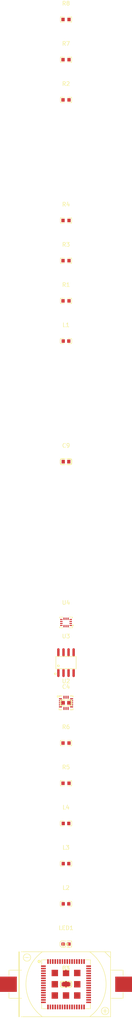
<source format=kicad_pcb>
(kicad_pcb (version 20241229) (generator "pcbnew") (generator_version "9.0")
  (layers (0 "F.Cu" signal) (2 "B.Cu" signal) (13 "F.Paste" user) (15 "B.Paste" user) (5 "F.SilkS" user "F.Silkscreen") (7 "B.SilkS" user "B.Silkscreen") (1 "F.Mask" user) (3 "B.Mask" user) (25 "Edge.Cuts" user))
  (net 0 "")
  (net 1 "PC13")
  (net 2 "PA2_UART2_TX")
  (net 3 "PA3_UART2_RX")
  (net 4 "PC0")
  (net 5 "VLXSMPS")
  (net 6 "PC6")
  (net 7 "PC4")
  (net 8 "PB7_UART1_RX")
  (net 9 "PA4")
  (net 10 "PA5")
  (net 11 "PB9")
  (net 12 "PB15")
  (net 13 "PA13")
  (net 14 "PC1")
  (net 15 "PA14")
  (net 16 "PC5")
  (net 17 "VREFpos")
  (net 18 "VFBSMPS")
  (net 19 "PB8")
  (net 20 "PC3")
  (net 21 "RF_OUT")
  (net 22 "PB1")
  (net 23 "PA10")
  (net 24 "PA7")
  (net 25 "PB13")
  (net 26 "PB10")
  (net 27 "PA6")
  (net 28 "footprint-net-3")
  (net 29 "footprint-net-2")
  (net 30 "PB14")
  (net 31 "VDDMPS")
  (net 32 "PB12")
  (net 33 "PA8")
  (net 34 "NRST")
  (net 35 "PC2")
  (net 36 "PA11")
  (net 37 "PA9")
  (net 38 "PB11")
  (net 39 "BOOT0")
  (net 40 "PA12")
  (net 41 "footprint-net-0")
  (net 42 "footprint-net-1")
  (net 43 "ADC1")
  (net 44 "vbat")
  (net 45 "footprint-SDO_SA0-1")
  (net 46 "footprint-INT2-1")
  (net 47 "i2c_scl")
  (net 48 "activation")
  (net 49 "footprint-CS-0")
  (net 50 "footprint-net-5")
  (net 51 "A")
  (net 52 "ADC2")
  (net 53 "SCX")
  (net 54 "led_status")
  (net 55 "footprint-CS-1")
  (net 56 "gnd")
  (net 57 "CS_AUX")
  (net 58 "INT1")
  (net 59 "RES")
  (net 60 "adc_ntc")
  (net 61 "footprint-INT2-0")
  (net 62 "footprint-net-4")
  (net 63 "i2c_sda")
  (net 64 "ADC3")
  (net 65 "vcc")
  (net 66 "SDX")
  (net 67 "footprint-SDO_SA0-0")
  (net 68 "SDO_SUX")
  (net 69 "a0")
  (net 70 "a2")
  (net 71 "a1")
  (footprint "STMicroelectronics_LIS3DHTR:LGA-16_L3.0-W3.0-P0.50-TL" (layer "F.Cu") (at 0 -70)
    (property "Reference" "U2" (at 0 -5.4 0) (layer "F.SilkS"))
    (property "Value" "")
    (fp_line (start -1.72 -1.73) (end -1.02 -1.73) (stroke (width 0.2)) (layer "F.SilkS"))
    (fp_line (start -1.72 -1.45) (end -1.72 -1.73) (stroke (width 0.2)) (layer "F.SilkS"))
    (fp_line (start -1.72 1.45) (end -1.72 1.72) (stroke (width 0.2)) (layer "F.SilkS"))
    (fp_line (start -1.72 1.72) (end -1.02 1.72) (stroke (width 0.2)) (layer "F.SilkS"))
    (fp_line (start 1.03 -1.73) (end 1.73 -1.73) (stroke (width 0.2)) (layer "F.SilkS"))
    (fp_line (start 1.03 1.72) (end 1.73 1.72) (stroke (width 0.2)) (layer "F.SilkS"))
    (fp_line (start 1.73 -1.73) (end 1.73 -1.45) (stroke (width 0.2)) (layer "F.SilkS"))
    (fp_line (start 1.73 1.72) (end 1.73 1.45) (stroke (width 0.2)) (layer "F.SilkS"))
    (fp_arc (start -2.05 -1.58) (mid -2.05 -1.58) (end -2.05 -1.58) (stroke (width 0.25)) (layer "F.SilkS"))
    (fp_text user "${REFERENCE}" (at 0 -5.4 0) (layer "F.SilkS"))
    (pad "1" smd oval (at -1.4 -1) (size 0.8 0.28) (layers "F.Cu" "F.Mask" "F.Paste") (net 65 "vcc"))
    (pad "2" smd oval (at -1.4 -0.5) (size 0.8 0.28) (layers "F.Cu" "F.Mask" "F.Paste") (net 62 "footprint-net-4"))
    (pad "3" smd oval (at -1.4 0) (size 0.8 0.28) (layers "F.Cu" "F.Mask" "F.Paste") (net 50 "footprint-net-5"))
    (pad "4" smd oval (at -1.4 0.5) (size 0.8 0.28) (layers "F.Cu" "F.Mask" "F.Paste") (net 47 "i2c_scl"))
    (pad "5" smd oval (at -1.4 1) (size 0.8 0.28) (layers "F.Cu" "F.Mask" "F.Paste") (net 56 "gnd"))
    (pad "6" smd oval (at -0.5 1.4) (size 0.28 0.8) (layers "F.Cu" "F.Mask" "F.Paste") (net 63 "i2c_sda"))
    (pad "7" smd oval (at 0 1.4) (size 0.28 0.8) (layers "F.Cu" "F.Mask" "F.Paste") (net 67 "footprint-SDO_SA0-0"))
    (pad "8" smd oval (at 0.5 1.4) (size 0.28 0.8) (layers "F.Cu" "F.Mask" "F.Paste") (net 49 "footprint-CS-0"))
    (pad "9" smd oval (at 1.4 1) (size 0.8 0.28) (layers "F.Cu" "F.Mask" "F.Paste") (net 46 "footprint-INT2-1"))
    (pad "10" smd oval (at 1.4 0.5) (size 0.8 0.28) (layers "F.Cu" "F.Mask" "F.Paste") (net 59 "RES"))
    (pad "11" smd oval (at 1.4 0) (size 0.8 0.28) (layers "F.Cu" "F.Mask" "F.Paste") (net 58 "INT1"))
    (pad "12" smd oval (at 1.4 -0.5) (size 0.8 0.28) (layers "F.Cu" "F.Mask" "F.Paste") (net 56 "gnd"))
    (pad "13" smd oval (at 1.4 -1) (size 0.8 0.28) (layers "F.Cu" "F.Mask" "F.Paste") (net 64 "ADC3"))
    (pad "14" smd oval (at 0.5 -1.4) (size 0.28 0.8) (layers "F.Cu" "F.Mask" "F.Paste") (net 65 "vcc"))
    (pad "15" smd oval (at 0 -1.4) (size 0.28 0.8) (layers "F.Cu" "F.Mask" "F.Paste") (net 52 "ADC2"))
    (pad "16" smd oval (at -0.5 -1.4) (size 0.28 0.8) (layers "F.Cu" "F.Mask" "F.Paste") (net 43 "ADC1"))
  )
  (footprint "UNI_ROYAL_0603WAF1002T5E:R0603" (layer "F.Cu") (at 0 -180)
    (property "Reference" "R3" (at 0 -4 0) (layer "F.SilkS"))
    (property "Value" "10kΩ ±1% 100mW")
    (fp_line (start -1.39 -0.66) (end -0.43 -0.66) (stroke (width 0.15)) (layer "F.SilkS"))
    (fp_line (start -1.39 0.66) (end -1.39 -0.66) (stroke (width 0.15)) (layer "F.SilkS"))
    (fp_line (start -0.43 0.66) (end -1.39 0.66) (stroke (width 0.15)) (layer "F.SilkS"))
    (fp_line (start 0.43 0.66) (end 1.39 0.66) (stroke (width 0.15)) (layer "F.SilkS"))
    (fp_line (start 1.39 -0.66) (end 0.43 -0.66) (stroke (width 0.15)) (layer "F.SilkS"))
    (fp_line (start 1.39 0.66) (end 1.39 -0.66) (stroke (width 0.15)) (layer "F.SilkS"))
    (fp_text user "${REFERENCE}" (at 0 -4 0) (layer "F.SilkS"))
    (pad "1" smd rect (at -0.75 0) (size 0.81 0.86) (layers "F.Cu" "F.Mask" "F.Paste") (net 60 "adc_ntc"))
    (pad "2" smd rect (at 0.75 0) (size 0.81 0.86) (layers "F.Cu" "F.Mask" "F.Paste") (net 56 "gnd"))
  )
  (footprint "Q_J_CR2032_BS_6_1:BAT-TH_CR2032-BS-6-1" (layer "F.Cu") (at 0 0)
    (property "Reference" "B1" (at 0 -4 0) (layer "F.SilkS"))
    (property "Value" "")
    (fp_line (start -14.25 -3.5) (end -14.25 -2.08) (stroke (width 0.15)) (layer "F.SilkS"))
    (fp_line (start -14.25 -3.5) (end -11.13 -3.5) (stroke (width 0.15)) (layer "F.SilkS"))
    (fp_line (start -14.25 3.5) (end -14.25 2.08) (stroke (width 0.15)) (layer "F.SilkS"))
    (fp_line (start -14.25 3.5) (end -11.13 3.5) (stroke (width 0.15)) (layer "F.SilkS"))
    (fp_line (start -11.8 -8.07) (end -11.65 -8.07) (stroke (width 0.15)) (layer "F.SilkS"))
    (fp_line (start -11.8 -8.05) (end -11.8 8.05) (stroke (width 0.15)) (layer "F.SilkS"))
    (fp_line (start -11.65 -8.07) (end -11.65 8.08) (stroke (width 0.15)) (layer "F.SilkS"))
    (fp_line (start -11.65 8.08) (end -11.8 8.08) (stroke (width 0.15)) (layer "F.SilkS"))
    (fp_line (start -11.13 -8.08) (end 11.13 -8.08) (stroke (width 0.15)) (layer "F.SilkS"))
    (fp_line (start -11.13 8.08) (end 11.13 8.08) (stroke (width 0.15)) (layer "F.SilkS"))
    (fp_line (start -9.2 -6.65) (end -10.3 -6.65) (stroke (width 0.15)) (layer "F.SilkS"))
    (fp_line (start 9.2 6.65) (end 10.3 6.65) (stroke (width 0.15)) (layer "F.SilkS"))
    (fp_line (start 9.64 -8.08) (end 9.66 -8.08) (stroke (width 0.15)) (layer "F.SilkS"))
    (fp_line (start 9.66 -8.08) (end 11.13 -6.61) (stroke (width 0.15)) (layer "F.SilkS"))
    (fp_line (start 9.75 7.2) (end 9.75 6.1) (stroke (width 0.15)) (layer "F.SilkS"))
    (fp_line (start 11.13 -8.08) (end 11.13 -1.98) (stroke (width 0.15)) (layer "F.SilkS"))
    (fp_line (start 11.13 -1.98) (end 11.13 2.06) (stroke (width 0.15)) (layer "F.SilkS"))
    (fp_line (start 11.13 8.08) (end 11.13 1.98) (stroke (width 0.15)) (layer "F.SilkS"))
    (fp_line (start 14.25 -3.5) (end 11.13 -3.5) (stroke (width 0.15)) (layer "F.SilkS"))
    (fp_line (start 14.25 -3.5) (end 14.25 -2.08) (stroke (width 0.15)) (layer "F.SilkS"))
    (fp_line (start 14.25 3.5) (end 11.13 3.5) (stroke (width 0.15)) (layer "F.SilkS"))
    (fp_line (start 14.25 3.5) (end 14.25 2.08) (stroke (width 0.15)) (layer "F.SilkS"))
    (fp_arc (start -5.91 8.07) (mid -10.006744 -0.003602) (end -5.904183 -8.07425) (stroke (width 0.15)) (layer "F.SilkS"))
    (fp_arc (start 5.91 -8.07) (mid 10.006744 0.003602) (end 5.904183 8.07425) (stroke (width 0.15)) (layer "F.SilkS"))
    (fp_circle (center -9.75 -6.65) (end -8.83 -6.65) (stroke (width 0.15)) (fill no) (layer "F.SilkS"))
    (fp_circle (center 9.75 6.65) (end 10.67 6.65) (stroke (width 0.15)) (fill no) (layer "F.SilkS"))
    (fp_text user "${REFERENCE}" (at 0 -4 0) (layer "F.SilkS"))
    (pad "1" smd rect (at 14.39 0) (size 4.2 3.8) (layers "F.Cu" "F.Mask" "F.Paste") (net 44 "vbat"))
    (pad "2" smd rect (at -14.39 0) (size 4.2 3.8) (layers "F.Cu" "F.Mask" "F.Paste") (net 56 "gnd"))
  )
  (footprint "UNI_ROYAL_0603WAF1002T5E:R0603" (layer "F.Cu") (at 0 -190)
    (property "Reference" "R4" (at 0 -4 0) (layer "F.SilkS"))
    (property "Value" "10kΩ ±1% 100mW")
    (fp_line (start -1.39 -0.66) (end -0.43 -0.66) (stroke (width 0.15)) (layer "F.SilkS"))
    (fp_line (start -1.39 0.66) (end -1.39 -0.66) (stroke (width 0.15)) (layer "F.SilkS"))
    (fp_line (start -0.43 0.66) (end -1.39 0.66) (stroke (width 0.15)) (layer "F.SilkS"))
    (fp_line (start 0.43 0.66) (end 1.39 0.66) (stroke (width 0.15)) (layer "F.SilkS"))
    (fp_line (start 1.39 -0.66) (end 0.43 -0.66) (stroke (width 0.15)) (layer "F.SilkS"))
    (fp_line (start 1.39 0.66) (end 1.39 -0.66) (stroke (width 0.15)) (layer "F.SilkS"))
    (fp_text user "${REFERENCE}" (at 0 -4 0) (layer "F.SilkS"))
    (pad "1" smd rect (at -0.75 0) (size 0.81 0.86) (layers "F.Cu" "F.Mask" "F.Paste") (net 65 "vcc"))
    (pad "2" smd rect (at 0.75 0) (size 0.81 0.86) (layers "F.Cu" "F.Mask" "F.Paste") (net 60 "adc_ntc"))
  )
  (footprint "UNI_ROYAL_0603WAF1002T5E:R0603" (layer "F.Cu") (at 0 -220)
    (property "Reference" "R2" (at 0 -4 0) (layer "F.SilkS"))
    (property "Value" "10kΩ ±1% 100mW")
    (fp_line (start -1.39 -0.66) (end -0.43 -0.66) (stroke (width 0.15)) (layer "F.SilkS"))
    (fp_line (start -1.39 0.66) (end -1.39 -0.66) (stroke (width 0.15)) (layer "F.SilkS"))
    (fp_line (start -0.43 0.66) (end -1.39 0.66) (stroke (width 0.15)) (layer "F.SilkS"))
    (fp_line (start 0.43 0.66) (end 1.39 0.66) (stroke (width 0.15)) (layer "F.SilkS"))
    (fp_line (start 1.39 -0.66) (end 0.43 -0.66) (stroke (width 0.15)) (layer "F.SilkS"))
    (fp_line (start 1.39 0.66) (end 1.39 -0.66) (stroke (width 0.15)) (layer "F.SilkS"))
    (fp_text user "${REFERENCE}" (at 0 -4 0) (layer "F.SilkS"))
    (pad "1" smd rect (at -0.75 0) (size 0.81 0.86) (layers "F.Cu" "F.Mask" "F.Paste") (net 41 "footprint-net-0"))
    (pad "2" smd rect (at 0.75 0) (size 0.81 0.86) (layers "F.Cu" "F.Mask" "F.Paste") (net 42 "footprint-net-1"))
  )
  (footprint "YAGEO_CC0603KRX7R9BB104:C0603" (layer "F.Cu") (at 0 -130)
    (property "Reference" "C9" (at 0 -4 0) (layer "F.SilkS"))
    (property "Value" "100nF ±10% 50V X7R")
    (fp_line (start -1.39 0.4) (end -1.39 -0.4) (stroke (width 0.25)) (layer "F.SilkS"))
    (fp_line (start -0.28 -0.71) (end -1.08 -0.71) (stroke (width 0.25)) (layer "F.SilkS"))
    (fp_line (start -0.28 0.71) (end -1.08 0.71) (stroke (width 0.25)) (layer "F.SilkS"))
    (fp_line (start 0.28 -0.71) (end 1.08 -0.71) (stroke (width 0.25)) (layer "F.SilkS"))
    (fp_line (start 0.28 0.71) (end 1.08 0.71) (stroke (width 0.25)) (layer "F.SilkS"))
    (fp_line (start 1.39 -0.4) (end 1.39 0.4) (stroke (width 0.25)) (layer "F.SilkS"))
    (fp_arc (start -1.39 -0.4) (mid -1.299203 -0.619203) (end -1.08 -0.71) (stroke (width 0.25)) (layer "F.SilkS"))
    (fp_arc (start -1.08 0.71) (mid -1.299203 0.619203) (end -1.39 0.4) (stroke (width 0.25)) (layer "F.SilkS"))
    (fp_arc (start 1.08 -0.71) (mid 1.299203 -0.619203) (end 1.39 -0.4) (stroke (width 0.25)) (layer "F.SilkS"))
    (fp_arc (start 1.39 0.4) (mid 1.299203 0.619203) (end 1.08 0.71) (stroke (width 0.25)) (layer "F.SilkS"))
    (fp_text user "${REFERENCE}" (at 0 -4 0) (layer "F.SilkS"))
    (pad "1" smd rect (at -0.7 0) (size 0.8 0.9) (layers "F.Cu" "F.Mask" "F.Paste") (net 65 "vcc"))
    (pad "2" smd rect (at 0.7 0) (size 0.8 0.9) (layers "F.Cu" "F.Mask" "F.Paste") (net 56 "gnd"))
  )
  (footprint "Murata_Electronics_LQM18FN100M00D:L0603" (layer "F.Cu") (at 0 -40)
    (property "Reference" "L4" (at 0 -4 0) (layer "F.SilkS"))
    (property "Value" "10µH ±20% 30MHz 50mA 1.17Ω")
    (fp_line (start -1.43 -0.51) (end -1.27 -0.65) (stroke (width 0.15)) (layer "F.SilkS"))
    (fp_line (start -1.43 0.5) (end -1.43 -0.51) (stroke (width 0.15)) (layer "F.SilkS"))
    (fp_line (start -1.28 -0.65) (end -0.51 -0.65) (stroke (width 0.15)) (layer "F.SilkS"))
    (fp_line (start -1.28 0.65) (end -0.51 0.65) (stroke (width 0.15)) (layer "F.SilkS"))
    (fp_line (start -1.27 0.65) (end -1.43 0.5) (stroke (width 0.15)) (layer "F.SilkS"))
    (fp_line (start 1.27 -0.65) (end 0.51 -0.65) (stroke (width 0.15)) (layer "F.SilkS"))
    (fp_line (start 1.27 -0.65) (end 1.42 -0.5) (stroke (width 0.15)) (layer "F.SilkS"))
    (fp_line (start 1.27 0.65) (end 0.51 0.65) (stroke (width 0.15)) (layer "F.SilkS"))
    (fp_line (start 1.42 -0.5) (end 1.42 0.52) (stroke (width 0.15)) (layer "F.SilkS"))
    (fp_line (start 1.42 0.52) (end 1.27 0.65) (stroke (width 0.15)) (layer "F.SilkS"))
    (fp_text user "${REFERENCE}" (at 0 -4 0) (layer "F.SilkS"))
    (pad "1" smd rect (at -0.7 0 180) (size 0.8 0.86) (layers "F.Cu" "F.Mask" "F.Paste") (net 65 "vcc"))
    (pad "2" smd rect (at 0.7 0 180) (size 0.8 0.86) (layers "F.Cu" "F.Mask" "F.Paste") (net 65 "vcc"))
  )
  (footprint "Murata_Electronics_LQM18FN100M00D:L0603" (layer "F.Cu") (at 0 -20)
    (property "Reference" "L2" (at 0 -4 0) (layer "F.SilkS"))
    (property "Value" "10µH ±20% 30MHz 50mA 1.17Ω")
    (fp_line (start -1.43 -0.51) (end -1.27 -0.65) (stroke (width 0.15)) (layer "F.SilkS"))
    (fp_line (start -1.43 0.5) (end -1.43 -0.51) (stroke (width 0.15)) (layer "F.SilkS"))
    (fp_line (start -1.28 -0.65) (end -0.51 -0.65) (stroke (width 0.15)) (layer "F.SilkS"))
    (fp_line (start -1.28 0.65) (end -0.51 0.65) (stroke (width 0.15)) (layer "F.SilkS"))
    (fp_line (start -1.27 0.65) (end -1.43 0.5) (stroke (width 0.15)) (layer "F.SilkS"))
    (fp_line (start 1.27 -0.65) (end 0.51 -0.65) (stroke (width 0.15)) (layer "F.SilkS"))
    (fp_line (start 1.27 -0.65) (end 1.42 -0.5) (stroke (width 0.15)) (layer "F.SilkS"))
    (fp_line (start 1.27 0.65) (end 0.51 0.65) (stroke (width 0.15)) (layer "F.SilkS"))
    (fp_line (start 1.42 -0.5) (end 1.42 0.52) (stroke (width 0.15)) (layer "F.SilkS"))
    (fp_line (start 1.42 0.52) (end 1.27 0.65) (stroke (width 0.15)) (layer "F.SilkS"))
    (fp_text user "${REFERENCE}" (at 0 -4 0) (layer "F.SilkS"))
    (pad "1" smd rect (at -0.7 0 180) (size 0.8 0.86) (layers "F.Cu" "F.Mask" "F.Paste") (net 44 "vbat"))
    (pad "2" smd rect (at 0.7 0 180) (size 0.8 0.86) (layers "F.Cu" "F.Mask" "F.Paste") (net 65 "vcc"))
  )
  (footprint "UNI_ROYAL_0603WAF1002T5E:R0603" (layer "F.Cu") (at 0 -170)
    (property "Reference" "R1" (at 0 -4 0) (layer "F.SilkS"))
    (property "Value" "10kΩ ±1% 100mW")
    (fp_line (start -1.39 -0.66) (end -0.43 -0.66) (stroke (width 0.15)) (layer "F.SilkS"))
    (fp_line (start -1.39 0.66) (end -1.39 -0.66) (stroke (width 0.15)) (layer "F.SilkS"))
    (fp_line (start -0.43 0.66) (end -1.39 0.66) (stroke (width 0.15)) (layer "F.SilkS"))
    (fp_line (start 0.43 0.66) (end 1.39 0.66) (stroke (width 0.15)) (layer "F.SilkS"))
    (fp_line (start 1.39 -0.66) (end 0.43 -0.66) (stroke (width 0.15)) (layer "F.SilkS"))
    (fp_line (start 1.39 0.66) (end 1.39 -0.66) (stroke (width 0.15)) (layer "F.SilkS"))
    (fp_text user "${REFERENCE}" (at 0 -4 0) (layer "F.SilkS"))
    (pad "1" smd rect (at -0.75 0) (size 0.81 0.86) (layers "F.Cu" "F.Mask" "F.Paste") (net 65 "vcc"))
    (pad "2" smd rect (at 0.75 0) (size 0.81 0.86) (layers "F.Cu" "F.Mask" "F.Paste") (net 56 "gnd"))
  )
  (footprint "QST_QMI8658C:LGA-14_L3.0-W2.5-P0.50-BR" (layer "F.Cu") (at 0 -90)
    (property "Reference" "U4" (at 0 -4.92 0) (layer "F.SilkS"))
    (property "Value" "")
    (fp_line (start -1.57 -1.33) (end -1.57 -1.08) (stroke (width 0.15)) (layer "F.SilkS"))
    (fp_line (start -1.57 1.33) (end -1.57 1.08) (stroke (width 0.15)) (layer "F.SilkS"))
    (fp_line (start -0.83 -1.33) (end -1.57 -1.33) (stroke (width 0.15)) (layer "F.SilkS"))
    (fp_line (start -0.83 1.33) (end -1.57 1.33) (stroke (width 0.15)) (layer "F.SilkS"))
    (fp_line (start 0.84 -1.33) (end 1.58 -1.33) (stroke (width 0.15)) (layer "F.SilkS"))
    (fp_line (start 0.84 1.33) (end 1.58 1.33) (stroke (width 0.15)) (layer "F.SilkS"))
    (fp_line (start 1.58 -1.33) (end 1.58 -1.08) (stroke (width 0.15)) (layer "F.SilkS"))
    (fp_line (start 1.58 1.33) (end 1.58 1.08) (stroke (width 0.15)) (layer "F.SilkS"))
    (fp_circle (center 1.73 0.74) (end 1.8 0.74) (stroke (width 0.15)) (fill no) (layer "F.SilkS"))
    (fp_text user "${REFERENCE}" (at 0 -4.92 0) (layer "F.SilkS"))
    (pad "1" smd rect (at 1.17 0.75) (size 0.6 0.27) (layers "F.Cu" "F.Mask" "F.Paste") (net 45 "footprint-SDO_SA0-1"))
    (pad "2" smd rect (at 1.17 0.25) (size 0.6 0.27) (layers "F.Cu" "F.Mask" "F.Paste") (net 66 "SDX"))
    (pad "3" smd rect (at 1.17 -0.25) (size 0.6 0.27) (layers "F.Cu" "F.Mask" "F.Paste") (net 53 "SCX"))
    (pad "4" smd rect (at 1.17 -0.75) (size 0.6 0.27) (layers "F.Cu" "F.Mask" "F.Paste") (net 56 "gnd"))
    (pad "5" smd rect (at 0.5 -0.92) (size 0.27 0.6) (layers "F.Cu" "F.Mask" "F.Paste") (net 65 "vcc"))
    (pad "6" smd rect (at 0 -0.92) (size 0.27 0.6) (layers "F.Cu" "F.Mask" "F.Paste") (net 56 "gnd"))
    (pad "7" smd rect (at -0.5 -0.92) (size 0.27 0.6) (layers "F.Cu" "F.Mask" "F.Paste") (net 56 "gnd"))
    (pad "8" smd rect (at -1.17 -0.75) (size 0.6 0.27) (layers "F.Cu" "F.Mask" "F.Paste") (net 65 "vcc"))
    (pad "9" smd rect (at -1.17 -0.25) (size 0.6 0.27) (layers "F.Cu" "F.Mask" "F.Paste") (net 61 "footprint-INT2-0"))
    (pad "10" smd rect (at -1.17 0.25) (size 0.6 0.27) (layers "F.Cu" "F.Mask" "F.Paste") (net 57 "CS_AUX"))
    (pad "11" smd rect (at -1.17 0.75) (size 0.6 0.27) (layers "F.Cu" "F.Mask" "F.Paste") (net 68 "SDO_SUX"))
    (pad "12" smd rect (at -0.5 0.92) (size 0.27 0.6) (layers "F.Cu" "F.Mask" "F.Paste") (net 55 "footprint-CS-1"))
    (pad "13" smd rect (at 0 0.92) (size 0.27 0.6) (layers "F.Cu" "F.Mask" "F.Paste") (net 47 "i2c_scl"))
    (pad "14" smd rect (at 0.5 0.92) (size 0.27 0.6) (layers "F.Cu" "F.Mask" "F.Paste") (net 63 "i2c_sda"))
  )
  (footprint "Murata_Electronics_LQM18FN100M00D:L0603" (layer "F.Cu") (at 0 -30)
    (property "Reference" "L3" (at 0 -4 0) (layer "F.SilkS"))
    (property "Value" "10µH ±20% 30MHz 50mA 1.17Ω")
    (fp_line (start -1.43 -0.51) (end -1.27 -0.65) (stroke (width 0.15)) (layer "F.SilkS"))
    (fp_line (start -1.43 0.5) (end -1.43 -0.51) (stroke (width 0.15)) (layer "F.SilkS"))
    (fp_line (start -1.28 -0.65) (end -0.51 -0.65) (stroke (width 0.15)) (layer "F.SilkS"))
    (fp_line (start -1.28 0.65) (end -0.51 0.65) (stroke (width 0.15)) (layer "F.SilkS"))
    (fp_line (start -1.27 0.65) (end -1.43 0.5) (stroke (width 0.15)) (layer "F.SilkS"))
    (fp_line (start 1.27 -0.65) (end 0.51 -0.65) (stroke (width 0.15)) (layer "F.SilkS"))
    (fp_line (start 1.27 -0.65) (end 1.42 -0.5) (stroke (width 0.15)) (layer "F.SilkS"))
    (fp_line (start 1.27 0.65) (end 0.51 0.65) (stroke (width 0.15)) (layer "F.SilkS"))
    (fp_line (start 1.42 -0.5) (end 1.42 0.52) (stroke (width 0.15)) (layer "F.SilkS"))
    (fp_line (start 1.42 0.52) (end 1.27 0.65) (stroke (width 0.15)) (layer "F.SilkS"))
    (fp_text user "${REFERENCE}" (at 0 -4 0) (layer "F.SilkS"))
    (pad "1" smd rect (at -0.7 0 180) (size 0.8 0.86) (layers "F.Cu" "F.Mask" "F.Paste") (net 65 "vcc"))
    (pad "2" smd rect (at 0.7 0 180) (size 0.8 0.86) (layers "F.Cu" "F.Mask" "F.Paste") (net 65 "vcc"))
  )
  (footprint "UNI_ROYAL_0603WAF1002T5E:R0603" (layer "F.Cu") (at 0 -230)
    (property "Reference" "R7" (at 0 -4 0) (layer "F.SilkS"))
    (property "Value" "10kΩ ±1% 100mW")
    (fp_line (start -1.39 -0.66) (end -0.43 -0.66) (stroke (width 0.15)) (layer "F.SilkS"))
    (fp_line (start -1.39 0.66) (end -1.39 -0.66) (stroke (width 0.15)) (layer "F.SilkS"))
    (fp_line (start -0.43 0.66) (end -1.39 0.66) (stroke (width 0.15)) (layer "F.SilkS"))
    (fp_line (start 0.43 0.66) (end 1.39 0.66) (stroke (width 0.15)) (layer "F.SilkS"))
    (fp_line (start 1.39 -0.66) (end 0.43 -0.66) (stroke (width 0.15)) (layer "F.SilkS"))
    (fp_line (start 1.39 0.66) (end 1.39 -0.66) (stroke (width 0.15)) (layer "F.SilkS"))
    (fp_text user "${REFERENCE}" (at 0 -4 0) (layer "F.SilkS"))
    (pad "1" smd rect (at -0.75 0) (size 0.81 0.86) (layers "F.Cu" "F.Mask" "F.Paste") (net 65 "vcc"))
    (pad "2" smd rect (at 0.75 0) (size 0.81 0.86) (layers "F.Cu" "F.Mask" "F.Paste") (net 63 "i2c_sda"))
  )
  (footprint "YAGEO_CC0603KRX7R9BB104:C0603" (layer "F.Cu") (at 0 0)
    (property "Reference" "C3" (at 0 -4 0) (layer "F.SilkS"))
    (property "Value" "100nF ±10% 50V X7R")
    (fp_line (start -1.39 0.4) (end -1.39 -0.4) (stroke (width 0.25)) (layer "F.SilkS"))
    (fp_line (start -0.28 -0.71) (end -1.08 -0.71) (stroke (width 0.25)) (layer "F.SilkS"))
    (fp_line (start -0.28 0.71) (end -1.08 0.71) (stroke (width 0.25)) (layer "F.SilkS"))
    (fp_line (start 0.28 -0.71) (end 1.08 -0.71) (stroke (width 0.25)) (layer "F.SilkS"))
    (fp_line (start 0.28 0.71) (end 1.08 0.71) (stroke (width 0.25)) (layer "F.SilkS"))
    (fp_line (start 1.39 -0.4) (end 1.39 0.4) (stroke (width 0.25)) (layer "F.SilkS"))
    (fp_arc (start -1.39 -0.4) (mid -1.299203 -0.619203) (end -1.08 -0.71) (stroke (width 0.25)) (layer "F.SilkS"))
    (fp_arc (start -1.08 0.71) (mid -1.299203 0.619203) (end -1.39 0.4) (stroke (width 0.25)) (layer "F.SilkS"))
    (fp_arc (start 1.08 -0.71) (mid 1.299203 -0.619203) (end 1.39 -0.4) (stroke (width 0.25)) (layer "F.SilkS"))
    (fp_arc (start 1.39 0.4) (mid 1.299203 0.619203) (end 1.08 0.71) (stroke (width 0.25)) (layer "F.SilkS"))
    (fp_text user "${REFERENCE}" (at 0 -4 0) (layer "F.SilkS"))
    (pad "1" smd rect (at -0.7 0) (size 0.8 0.9) (layers "F.Cu" "F.Mask" "F.Paste") (net 65 "vcc"))
    (pad "2" smd rect (at 0.7 0) (size 0.8 0.9) (layers "F.Cu" "F.Mask" "F.Paste") (net 56 "gnd"))
  )
  (footprint "YAGEO_CC0603KRX7R9BB104:C0603" (layer "F.Cu") (at 0 -70)
    (property "Reference" "C4" (at 0 -4 0) (layer "F.SilkS"))
    (property "Value" "100nF ±10% 50V X7R")
    (fp_line (start -1.39 0.4) (end -1.39 -0.4) (stroke (width 0.25)) (layer "F.SilkS"))
    (fp_line (start -0.28 -0.71) (end -1.08 -0.71) (stroke (width 0.25)) (layer "F.SilkS"))
    (fp_line (start -0.28 0.71) (end -1.08 0.71) (stroke (width 0.25)) (layer "F.SilkS"))
    (fp_line (start 0.28 -0.71) (end 1.08 -0.71) (stroke (width 0.25)) (layer "F.SilkS"))
    (fp_line (start 0.28 0.71) (end 1.08 0.71) (stroke (width 0.25)) (layer "F.SilkS"))
    (fp_line (start 1.39 -0.4) (end 1.39 0.4) (stroke (width 0.25)) (layer "F.SilkS"))
    (fp_arc (start -1.39 -0.4) (mid -1.299203 -0.619203) (end -1.08 -0.71) (stroke (width 0.25)) (layer "F.SilkS"))
    (fp_arc (start -1.08 0.71) (mid -1.299203 0.619203) (end -1.39 0.4) (stroke (width 0.25)) (layer "F.SilkS"))
    (fp_arc (start 1.08 -0.71) (mid 1.299203 -0.619203) (end 1.39 -0.4) (stroke (width 0.25)) (layer "F.SilkS"))
    (fp_arc (start 1.39 0.4) (mid 1.299203 0.619203) (end 1.08 0.71) (stroke (width 0.25)) (layer "F.SilkS"))
    (fp_text user "${REFERENCE}" (at 0 -4 0) (layer "F.SilkS"))
    (pad "1" smd rect (at -0.7 0) (size 0.8 0.9) (layers "F.Cu" "F.Mask" "F.Paste") (net 65 "vcc"))
    (pad "2" smd rect (at 0.7 0) (size 0.8 0.9) (layers "F.Cu" "F.Mask" "F.Paste") (net 56 "gnd"))
  )
  (footprint "UNI_ROYAL_0603WAF1002T5E:R0603" (layer "F.Cu") (at 0 -50)
    (property "Reference" "R5" (at 0 -4 0) (layer "F.SilkS"))
    (property "Value" "10kΩ ±1% 100mW")
    (fp_line (start -1.39 -0.66) (end -0.43 -0.66) (stroke (width 0.15)) (layer "F.SilkS"))
    (fp_line (start -1.39 0.66) (end -1.39 -0.66) (stroke (width 0.15)) (layer "F.SilkS"))
    (fp_line (start -0.43 0.66) (end -1.39 0.66) (stroke (width 0.15)) (layer "F.SilkS"))
    (fp_line (start 0.43 0.66) (end 1.39 0.66) (stroke (width 0.15)) (layer "F.SilkS"))
    (fp_line (start 1.39 -0.66) (end 0.43 -0.66) (stroke (width 0.15)) (layer "F.SilkS"))
    (fp_line (start 1.39 0.66) (end 1.39 -0.66) (stroke (width 0.15)) (layer "F.SilkS"))
    (fp_text user "${REFERENCE}" (at 0 -4 0) (layer "F.SilkS"))
    (pad "1" smd rect (at -0.75 0) (size 0.81 0.86) (layers "F.Cu" "F.Mask" "F.Paste") (net 65 "vcc"))
    (pad "2" smd rect (at 0.75 0) (size 0.81 0.86) (layers "F.Cu" "F.Mask" "F.Paste") (net 48 "activation"))
  )
  (footprint "RAKwireless_RAK3172_SIP_8_SM_NI:LGA-73_L12.0-W12.0-P0.60-TL" (layer "F.Cu") (at 0 0)
    (property "Reference" "U1" (at 0 -9.65 0) (layer "F.SilkS"))
    (property "Value" "")
    (fp_line (start -6.08 -6.08) (end -4.82 -6.08) (stroke (width 0.15)) (layer "F.SilkS"))
    (fp_line (start -6.08 -4.82) (end -6.08 -6.08) (stroke (width 0.15)) (layer "F.SilkS"))
    (fp_line (start -6.08 4.82) (end -6.08 6.08) (stroke (width 0.15)) (layer "F.SilkS"))
    (fp_line (start -6.08 6.08) (end -4.82 6.08) (stroke (width 0.15)) (layer "F.SilkS"))
    (fp_line (start 6.08 -6.08) (end 4.82 -6.08) (stroke (width 0.15)) (layer "F.SilkS"))
    (fp_line (start 6.08 -4.82) (end 6.08 -6.08) (stroke (width 0.15)) (layer "F.SilkS"))
    (fp_line (start 6.08 4.82) (end 6.08 6.08) (stroke (width 0.15)) (layer "F.SilkS"))
    (fp_line (start 6.08 6.08) (end 4.82 6.08) (stroke (width 0.15)) (layer "F.SilkS"))
    (fp_circle (center -6.7 -5.67) (end -6.5 -5.67) (stroke (width 0.4)) (fill no) (layer "F.SilkS"))
    (fp_text user "${REFERENCE}" (at 0 -9.65 0) (layer "F.SilkS"))
    (pad "1" smd rect (at -5.65 -4.5) (size 1.17 0.37) (layers "F.Cu" "F.Mask" "F.Paste") (net 13 "PA13"))
    (pad "2" smd rect (at -5.65 -3.9) (size 1.17 0.37) (layers "F.Cu" "F.Mask" "F.Paste") (net 15 "PA14"))
    (pad "3" smd rect (at -5.65 -3.3) (size 1.17 0.37) (layers "F.Cu" "F.Mask" "F.Paste") (net 65 "vcc"))
    (pad "4" smd rect (at -5.65 -2.7) (size 1.17 0.37) (layers "F.Cu" "F.Mask" "F.Paste") (net 44 "vbat"))
    (pad "5" smd rect (at -5.65 -2.1) (size 1.17 0.37) (layers "F.Cu" "F.Mask" "F.Paste") (net 1 "PC13"))
    (pad "6" smd rect (at -5.65 -1.5) (size 1.17 0.37) (layers "F.Cu" "F.Mask" "F.Paste") (net 17 "VREFpos"))
    (pad "7" smd rect (at -5.65 -0.9) (size 1.17 0.37) (layers "F.Cu" "F.Mask" "F.Paste") (net 65 "vcc"))
    (pad "8" smd rect (at -5.65 -0.3) (size 1.17 0.37) (layers "F.Cu" "F.Mask" "F.Paste") (net 47 "i2c_scl"))
    (pad "9" smd rect (at -5.65 0.3) (size 1.17 0.37) (layers "F.Cu" "F.Mask" "F.Paste") (net 12 "PB15"))
    (pad "10" smd rect (at -5.65 0.9) (size 1.17 0.37) (layers "F.Cu" "F.Mask" "F.Paste") (net 18 "VFBSMPS"))
    (pad "11" smd rect (at -5.65 1.5) (size 1.17 0.37) (layers "F.Cu" "F.Mask" "F.Paste") (net 31 "VDDMPS"))
    (pad "12" smd rect (at -5.65 2.1) (size 1.17 0.37) (layers "F.Cu" "F.Mask" "F.Paste") (net 56 "gnd"))
    (pad "13" smd rect (at -5.65 2.7) (size 1.17 0.37) (layers "F.Cu" "F.Mask" "F.Paste") (net 5 "VLXSMPS"))
    (pad "14" smd rect (at -5.65 3.3) (size 1.17 0.37) (layers "F.Cu" "F.Mask" "F.Paste") (net 46 "footprint-INT2-1"))
    (pad "15" smd rect (at -5.65 3.9) (size 1.17 0.37) (layers "F.Cu" "F.Mask" "F.Paste") (net 58 "INT1"))
    (pad "16" smd rect (at -5.65 4.5) (size 1.17 0.37) (layers "F.Cu" "F.Mask" "F.Paste") (net 54 "led_status"))
    (pad "17" smd rect (at -4.5 5.65) (size 0.37 1.17) (layers "F.Cu" "F.Mask" "F.Paste") (net 63 "i2c_sda"))
    (pad "18" smd rect (at -3.9 5.65) (size 0.37 1.17) (layers "F.Cu" "F.Mask" "F.Paste") (net 8 "PB7_UART1_RX"))
    (pad "19" smd rect (at -3.3 5.65) (size 0.37 1.17) (layers "F.Cu" "F.Mask" "F.Paste") (net 19 "PB8"))
    (pad "20" smd rect (at -2.7 5.65) (size 0.37 1.17) (layers "F.Cu" "F.Mask" "F.Paste") (net 11 "PB9"))
    (pad "21" smd rect (at -2.1 5.65) (size 0.37 1.17) (layers "F.Cu" "F.Mask" "F.Paste") (net 4 "PC0"))
    (pad "22" smd rect (at -1.5 5.65) (size 0.37 1.17) (layers "F.Cu" "F.Mask" "F.Paste") (net 14 "PC1"))
    (pad "23" smd rect (at -0.9 5.65) (size 0.37 1.17) (layers "F.Cu" "F.Mask" "F.Paste") (net 35 "PC2"))
    (pad "24" smd rect (at -0.3 5.65) (size 0.37 1.17) (layers "F.Cu" "F.Mask" "F.Paste") (net 20 "PC3"))
    (pad "25" smd rect (at 0.3 5.65) (size 0.37 1.17) (layers "F.Cu" "F.Mask" "F.Paste") (net 7 "PC4"))
    (pad "26" smd rect (at 0.9 5.65) (size 0.37 1.17) (layers "F.Cu" "F.Mask" "F.Paste") (net 16 "PC5"))
    (pad "27" smd rect (at 1.5 5.65) (size 0.37 1.17) (layers "F.Cu" "F.Mask" "F.Paste") (net 6 "PC6"))
    (pad "28" smd rect (at 2.1 5.65) (size 0.37 1.17) (layers "F.Cu" "F.Mask" "F.Paste") (net 56 "gnd"))
    (pad "29" smd rect (at 2.7 5.65) (size 0.37 1.17) (layers "F.Cu" "F.Mask" "F.Paste") (net 2 "PA2_UART2_TX"))
    (pad "30" smd rect (at 3.3 5.65) (size 0.37 1.17) (layers "F.Cu" "F.Mask" "F.Paste") (net 3 "PA3_UART2_RX"))
    (pad "31" smd rect (at 3.9 5.65) (size 0.37 1.17) (layers "F.Cu" "F.Mask" "F.Paste") (net 9 "PA4"))
    (pad "32" smd rect (at 4.5 5.65) (size 0.37 1.17) (layers "F.Cu" "F.Mask" "F.Paste") (net 10 "PA5"))
    (pad "33" smd rect (at 5.65 4.5) (size 1.17 0.37) (layers "F.Cu" "F.Mask" "F.Paste") (net 27 "PA6"))
    (pad "34" smd rect (at 5.65 3.9) (size 1.17 0.37) (layers "F.Cu" "F.Mask" "F.Paste") (net 24 "PA7"))
    (pad "35" smd rect (at 5.65 3.3) (size 1.17 0.37) (layers "F.Cu" "F.Mask" "F.Paste") (net 56 "gnd"))
    (pad "36" smd rect (at 5.65 2.7) (size 1.17 0.37) (layers "F.Cu" "F.Mask" "F.Paste") (net 56 "gnd"))
    (pad "37" smd rect (at 5.65 2.1) (size 1.17 0.37) (layers "F.Cu" "F.Mask" "F.Paste") (net 21 "RF_OUT"))
    (pad "38" smd rect (at 5.65 1.5) (size 1.17 0.37) (layers "F.Cu" "F.Mask" "F.Paste") (net 56 "gnd"))
    (pad "39" smd rect (at 5.65 0.9) (size 1.17 0.37) (layers "F.Cu" "F.Mask" "F.Paste") (net 56 "gnd"))
    (pad "40" smd rect (at 5.65 0.3) (size 1.17 0.37) (layers "F.Cu" "F.Mask" "F.Paste") (net 29 "footprint-net-2"))
    (pad "41" smd rect (at 5.65 -0.3) (size 1.17 0.37) (layers "F.Cu" "F.Mask" "F.Paste") (net 28 "footprint-net-3"))
    (pad "42" smd rect (at 5.65 -0.9) (size 1.17 0.37) (layers "F.Cu" "F.Mask" "F.Paste") (net 48 "activation"))
    (pad "43" smd rect (at 5.65 -1.5) (size 1.17 0.37) (layers "F.Cu" "F.Mask" "F.Paste") (net 39 "BOOT0"))
    (pad "44" smd rect (at 5.65 -2.1) (size 1.17 0.37) (layers "F.Cu" "F.Mask" "F.Paste") (net 34 "NRST"))
    (pad "45" smd rect (at 5.65 -2.7) (size 1.17 0.37) (layers "F.Cu" "F.Mask" "F.Paste") (net 60 "adc_ntc"))
    (pad "46" smd rect (at 5.65 -3.3) (size 1.17 0.37) (layers "F.Cu" "F.Mask" "F.Paste") (net 56 "gnd"))
    (pad "47" smd rect (at 5.65 -3.9) (size 1.17 0.37) (layers "F.Cu" "F.Mask" "F.Paste") (net 56 "gnd"))
    (pad "48" smd rect (at 5.65 -4.5) (size 1.17 0.37) (layers "F.Cu" "F.Mask" "F.Paste") (net 38 "PB11"))
    (pad "49" smd rect (at 4.5 -5.65) (size 0.37 1.17) (layers "F.Cu" "F.Mask" "F.Paste") (net 26 "PB10"))
    (pad "50" smd rect (at 3.9 -5.65) (size 0.37 1.17) (layers "F.Cu" "F.Mask" "F.Paste") (net 37 "PA9"))
    (pad "51" smd rect (at 3.3 -5.65) (size 0.37 1.17) (layers "F.Cu" "F.Mask" "F.Paste") (net 33 "PA8"))
    (pad "52" smd rect (at 2.7 -5.65) (size 0.37 1.17) (layers "F.Cu" "F.Mask" "F.Paste") (net 56 "gnd"))
    (pad "53" smd rect (at 2.1 -5.65) (size 0.37 1.17) (layers "F.Cu" "F.Mask" "F.Paste") (net 65 "vcc"))
    (pad "54" smd rect (at 1.5 -5.65) (size 0.37 1.17) (layers "F.Cu" "F.Mask" "F.Paste") (net 65 "vcc"))
    (pad "55" smd rect (at 0.9 -5.65) (size 0.37 1.17) (layers "F.Cu" "F.Mask" "F.Paste") (net 65 "vcc"))
    (pad "56" smd rect (at 0.3 -5.65) (size 0.37 1.17) (layers "F.Cu" "F.Mask" "F.Paste") (net 56 "gnd"))
    (pad "57" smd rect (at -0.3 -5.65) (size 0.37 1.17) (layers "F.Cu" "F.Mask" "F.Paste") (net 22 "PB1"))
    (pad "58" smd rect (at -0.9 -5.65) (size 0.37 1.17) (layers "F.Cu" "F.Mask" "F.Paste") (net 61 "footprint-INT2-0"))
    (pad "59" smd rect (at -1.5 -5.65) (size 0.37 1.17) (layers "F.Cu" "F.Mask" "F.Paste") (net 32 "PB12"))
    (pad "60" smd rect (at -2.1 -5.65) (size 0.37 1.17) (layers "F.Cu" "F.Mask" "F.Paste") (net 25 "PB13"))
    (pad "61" smd rect (at -2.7 -5.65) (size 0.37 1.17) (layers "F.Cu" "F.Mask" "F.Paste") (net 30 "PB14"))
    (pad "62" smd rect (at -3.3 -5.65) (size 0.37 1.17) (layers "F.Cu" "F.Mask" "F.Paste") (net 23 "PA10"))
    (pad "63" smd rect (at -3.9 -5.65) (size 0.37 1.17) (layers "F.Cu" "F.Mask" "F.Paste") (net 36 "PA11"))
    (pad "64" smd rect (at -4.5 -5.65) (size 0.37 1.17) (layers "F.Cu" "F.Mask" "F.Paste") (net 40 "PA12"))
    (pad "65" smd rect (at -2.8 -2.8) (size 1.6 1.6) (layers "F.Cu" "F.Mask" "F.Paste") (net 56 "gnd"))
    (pad "66" smd rect (at 0 -2.8) (size 1.6 1.6) (layers "F.Cu" "F.Mask" "F.Paste") (net 56 "gnd"))
    (pad "67" smd rect (at 2.8 -2.8) (size 1.6 1.6) (layers "F.Cu" "F.Mask" "F.Paste") (net 56 "gnd"))
    (pad "68" smd rect (at -2.8 0) (size 1.6 1.6) (layers "F.Cu" "F.Mask" "F.Paste") (net 56 "gnd"))
    (pad "69" smd rect (at 0 0) (size 1.6 1.6) (layers "F.Cu" "F.Mask" "F.Paste") (net 56 "gnd"))
    (pad "70" smd rect (at 2.8 0) (size 1.6 1.6) (layers "F.Cu" "F.Mask" "F.Paste") (net 56 "gnd"))
    (pad "71" smd rect (at -2.8 2.8) (size 1.6 1.6) (layers "F.Cu" "F.Mask" "F.Paste") (net 56 "gnd"))
    (pad "72" smd rect (at 0 2.8) (size 1.6 1.6) (layers "F.Cu" "F.Mask" "F.Paste") (net 56 "gnd"))
    (pad "73" smd rect (at 2.8 2.8) (size 1.6 1.6) (layers "F.Cu" "F.Mask" "F.Paste") (net 56 "gnd"))
  )
  (footprint "Murata_Electronics_LQM18FN100M00D:L0603" (layer "F.Cu") (at 0 -160)
    (property "Reference" "L1" (at 0 -4 0) (layer "F.SilkS"))
    (property "Value" "10µH ±20% 30MHz 50mA 1.17Ω")
    (fp_line (start -1.43 -0.51) (end -1.27 -0.65) (stroke (width 0.15)) (layer "F.SilkS"))
    (fp_line (start -1.43 0.5) (end -1.43 -0.51) (stroke (width 0.15)) (layer "F.SilkS"))
    (fp_line (start -1.28 -0.65) (end -0.51 -0.65) (stroke (width 0.15)) (layer "F.SilkS"))
    (fp_line (start -1.28 0.65) (end -0.51 0.65) (stroke (width 0.15)) (layer "F.SilkS"))
    (fp_line (start -1.27 0.65) (end -1.43 0.5) (stroke (width 0.15)) (layer "F.SilkS"))
    (fp_line (start 1.27 -0.65) (end 0.51 -0.65) (stroke (width 0.15)) (layer "F.SilkS"))
    (fp_line (start 1.27 -0.65) (end 1.42 -0.5) (stroke (width 0.15)) (layer "F.SilkS"))
    (fp_line (start 1.27 0.65) (end 0.51 0.65) (stroke (width 0.15)) (layer "F.SilkS"))
    (fp_line (start 1.42 -0.5) (end 1.42 0.52) (stroke (width 0.15)) (layer "F.SilkS"))
    (fp_line (start 1.42 0.52) (end 1.27 0.65) (stroke (width 0.15)) (layer "F.SilkS"))
    (fp_text user "${REFERENCE}" (at 0 -4 0) (layer "F.SilkS"))
    (pad "1" smd rect (at -0.7 0 180) (size 0.8 0.86) (layers "F.Cu" "F.Mask" "F.Paste") (net 65 "vcc"))
    (pad "2" smd rect (at 0.7 0 180) (size 0.8 0.86) (layers "F.Cu" "F.Mask" "F.Paste") (net 65 "vcc"))
  )
  (footprint "Texas_Instruments_LM431ACMX:SOIC-8_L4.9-W3.9-P1.27-LS6.0-BL" (layer "F.Cu") (at 0 -80)
    (property "Reference" "U3" (at 0 -6.57 0) (layer "F.SilkS"))
    (property "Value" "")
    (fp_line (start -2.53 -1.52) (end 2.53 -1.52) (stroke (width 0.15)) (layer "F.SilkS"))
    (fp_line (start -2.53 1.52) (end -2.53 -1.52) (stroke (width 0.15)) (layer "F.SilkS"))
    (fp_line (start 2.53 -1.52) (end 2.53 1.52) (stroke (width 0.15)) (layer "F.SilkS"))
    (fp_line (start 2.53 1.52) (end -2.53 1.52) (stroke (width 0.15)) (layer "F.SilkS"))
    (fp_circle (center -2.65 2.77) (end -2.5 2.77) (stroke (width 0.3)) (fill no) (layer "F.SilkS"))
    (fp_circle (center -1.91 0.77) (end -1.76 0.77) (stroke (width 0.3)) (fill no) (layer "F.SilkS"))
    (fp_text user "${REFERENCE}" (at 0 -6.57 0) (layer "F.SilkS"))
    (pad "1" smd oval (at -1.91 2.57) (size 0.59 2.05) (layers "F.Cu" "F.Mask" "F.Paste") (net 69 "a0"))
    (pad "2" smd oval (at -0.63 2.57) (size 0.59 2.05) (layers "F.Cu" "F.Mask" "F.Paste") (net 71 "a1"))
    (pad "3" smd oval (at 0.63 2.57) (size 0.59 2.05) (layers "F.Cu" "F.Mask" "F.Paste") (net 70 "a2"))
    (pad "4" smd oval (at 1.9 2.57) (size 0.59 2.05) (layers "F.Cu" "F.Mask" "F.Paste") (net 56 "gnd"))
    (pad "5" smd oval (at 1.9 -2.57) (size 0.59 2.05) (layers "F.Cu" "F.Mask" "F.Paste") (net 63 "i2c_sda"))
    (pad "6" smd oval (at 0.63 -2.57) (size 0.59 2.05) (layers "F.Cu" "F.Mask" "F.Paste") (net 47 "i2c_scl"))
    (pad "7" smd oval (at -0.63 -2.57) (size 0.59 2.05) (layers "F.Cu" "F.Mask" "F.Paste") (net 56 "gnd"))
    (pad "8" smd oval (at -1.91 -2.57) (size 0.59 2.05) (layers "F.Cu" "F.Mask" "F.Paste") (net 65 "vcc"))
  )
  (footprint "UNI_ROYAL_0603WAF1002T5E:R0603" (layer "F.Cu") (at 0 -60)
    (property "Reference" "R6" (at 0 -4 0) (layer "F.SilkS"))
    (property "Value" "10kΩ ±1% 100mW")
    (fp_line (start -1.39 -0.66) (end -0.43 -0.66) (stroke (width 0.15)) (layer "F.SilkS"))
    (fp_line (start -1.39 0.66) (end -1.39 -0.66) (stroke (width 0.15)) (layer "F.SilkS"))
    (fp_line (start -0.43 0.66) (end -1.39 0.66) (stroke (width 0.15)) (layer "F.SilkS"))
    (fp_line (start 0.43 0.66) (end 1.39 0.66) (stroke (width 0.15)) (layer "F.SilkS"))
    (fp_line (start 1.39 -0.66) (end 0.43 -0.66) (stroke (width 0.15)) (layer "F.SilkS"))
    (fp_line (start 1.39 0.66) (end 1.39 -0.66) (stroke (width 0.15)) (layer "F.SilkS"))
    (fp_text user "${REFERENCE}" (at 0 -4 0) (layer "F.SilkS"))
    (pad "1" smd rect (at -0.75 0) (size 0.81 0.86) (layers "F.Cu" "F.Mask" "F.Paste") (net 54 "led_status"))
    (pad "2" smd rect (at 0.75 0) (size 0.81 0.86) (layers "F.Cu" "F.Mask" "F.Paste") (net 51 "A"))
  )
  (footprint "UNI_ROYAL_0603WAF1002T5E:R0603" (layer "F.Cu") (at 0 -240)
    (property "Reference" "R8" (at 0 -4 0) (layer "F.SilkS"))
    (property "Value" "10kΩ ±1% 100mW")
    (fp_line (start -1.39 -0.66) (end -0.43 -0.66) (stroke (width 0.15)) (layer "F.SilkS"))
    (fp_line (start -1.39 0.66) (end -1.39 -0.66) (stroke (width 0.15)) (layer "F.SilkS"))
    (fp_line (start -0.43 0.66) (end -1.39 0.66) (stroke (width 0.15)) (layer "F.SilkS"))
    (fp_line (start 0.43 0.66) (end 1.39 0.66) (stroke (width 0.15)) (layer "F.SilkS"))
    (fp_line (start 1.39 -0.66) (end 0.43 -0.66) (stroke (width 0.15)) (layer "F.SilkS"))
    (fp_line (start 1.39 0.66) (end 1.39 -0.66) (stroke (width 0.15)) (layer "F.SilkS"))
    (fp_text user "${REFERENCE}" (at 0 -4 0) (layer "F.SilkS"))
    (pad "1" smd rect (at -0.75 0) (size 0.81 0.86) (layers "F.Cu" "F.Mask" "F.Paste") (net 65 "vcc"))
    (pad "2" smd rect (at 0.75 0) (size 0.81 0.86) (layers "F.Cu" "F.Mask" "F.Paste") (net 47 "i2c_scl"))
  )
  (footprint "Everlight_Elec_19_217_GHC_YR1S2_3T:LED0603-RD" (layer "F.Cu") (at 0 -10)
    (property "Reference" "LED1" (at 0 -4 0) (layer "F.SilkS"))
    (property "Value" "")
    (fp_line (start -1.49 -0.45) (end -1.19 -0.75) (stroke (width 0.15)) (layer "F.SilkS"))
    (fp_line (start -1.49 -0.35) (end -1.49 -0.45) (stroke (width 0.15)) (layer "F.SilkS"))
    (fp_line (start -1.49 -0.35) (end -1.49 0.35) (stroke (width 0.15)) (layer "F.SilkS"))
    (fp_line (start -1.49 0.35) (end -1.49 0.45) (stroke (width 0.15)) (layer "F.SilkS"))
    (fp_line (start -1.49 0.45) (end -1.19 0.75) (stroke (width 0.15)) (layer "F.SilkS"))
    (fp_line (start -0.14 -0.75) (end -1.19 -0.75) (stroke (width 0.15)) (layer "F.SilkS"))
    (fp_line (start -0.14 0.75) (end -1.19 0.75) (stroke (width 0.15)) (layer "F.SilkS"))
    (fp_line (start 0.21 0.33) (end -0.12 0) (stroke (width 0.15)) (layer "F.SilkS"))
    (fp_line (start 0.22 -0.35) (end 0.22 -0.34) (stroke (width 0.15)) (layer "F.SilkS"))
    (fp_line (start 0.22 -0.35) (end 0.22 0.33) (stroke (width 0.15)) (layer "F.SilkS"))
    (fp_line (start 0.22 -0.34) (end -0.12 0) (stroke (width 0.15)) (layer "F.SilkS"))
    (fp_line (start 0.22 0) (end -0.12 0) (stroke (width 0.15)) (layer "F.SilkS"))
    (fp_line (start 0.22 0.33) (end 0.21 0.33) (stroke (width 0.15)) (layer "F.SilkS"))
    (fp_line (start 0.24 -0.75) (end 1.39 -0.75) (stroke (width 0.15)) (layer "F.SilkS"))
    (fp_line (start 0.24 0.75) (end 1.39 0.75) (stroke (width 0.15)) (layer "F.SilkS"))
    (fp_line (start 1.39 -0.75) (end 1.39 0.73) (stroke (width 0.15)) (layer "F.SilkS"))
    (fp_text user "${REFERENCE}" (at 0 -4 0) (layer "F.SilkS"))
    (pad "1" smd rect (at -0.75 0 90) (size 0.8 0.8) (layers "F.Cu" "F.Mask" "F.Paste") (net 56 "gnd"))
    (pad "2" smd rect (at 0.75 0 90) (size 0.8 0.8) (layers "F.Cu" "F.Mask" "F.Paste") (net 51 "A"))
  )
)
</source>
